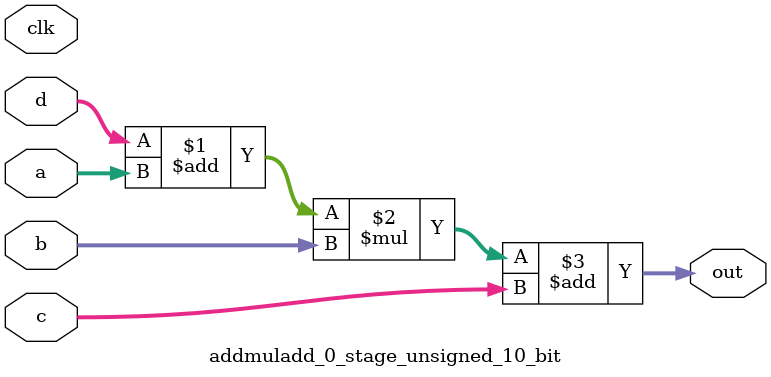
<source format=sv>
(* use_dsp = "yes" *) module addmuladd_0_stage_unsigned_10_bit(
	input  [9:0] a,
	input  [9:0] b,
	input  [9:0] c,
	input  [9:0] d,
	output [9:0] out,
	input clk);

	assign out = ((d + a) * b) + c;
endmodule

</source>
